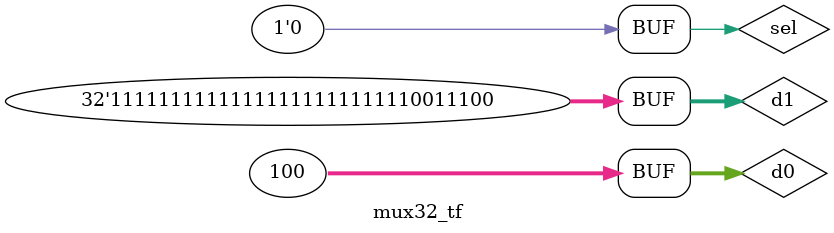
<source format=v>
`timescale 1ns / 1ps


module mux32_tf;

	// Inputs
	reg [31:0] d0;
	reg [31:0] d1;
	reg sel;

	// Outputs
	wire [31:0] out;

	// Instantiate the Unit Under Test (UUT)
	mux32 uut (
		.d0(d0), 
		.d1(d1), 
		.sel(sel), 
		.out(out)
	);

	initial begin
		// Initialize Inputs
		d0 = 0;
		d1 = 0;
		sel = 0;

		// Wait 100 ns for global reset to finish
		#100;
        
		// Add stimulus here
		#10 d0 = 100;
		#10 d1 = -100;
		#10 sel = 1;
		#10 sel = 0;		
		#10 sel = 1;
		#10 sel = 0;
				
	end
      
endmodule


</source>
